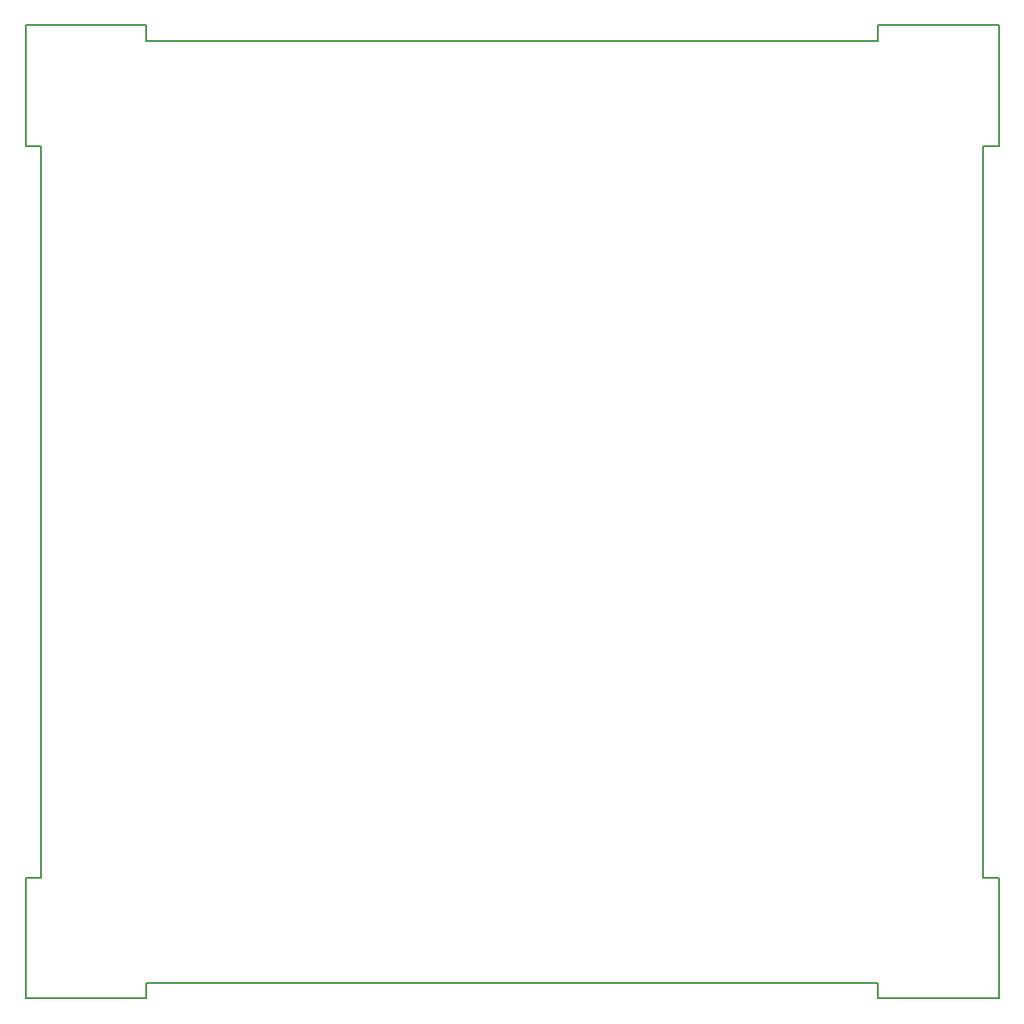
<source format=gbr>
G04 start of page 4 for group 6 idx 6 *
G04 Title: (unknown), outline *
G04 Creator: pcb 20140316 *
G04 CreationDate: Δευ 14 Μάρ 2016 07:51:02 μμ GMT UTC *
G04 For: mobintu *
G04 Format: Gerber/RS-274X *
G04 PCB-Dimensions (mm): 100.00 100.00 *
G04 PCB-Coordinate-Origin: lower left *
%MOMM*%
%FSLAX43Y43*%
%LNOUTLINE*%
%ADD101C,0.200*%
%ADD100C,0.200*%
G54D100*X3900Y84100D02*X5400D01*
X15400Y95600D02*Y94100D01*
X84900D01*
X3900Y84100D02*Y95600D01*
X15400D01*
X84900Y94100D02*Y95600D01*
X94900Y84100D02*Y14600D01*
Y84100D02*X96400D01*
G54D101*Y14600D02*X94900D01*
G54D100*X84900Y95600D02*X96400D01*
Y84100D01*
X5400Y14600D02*X3900D01*
X15400Y3100D02*Y4600D01*
X3900Y3100D02*X15400D01*
X3900D02*Y14600D01*
X5400Y84100D02*Y14600D01*
X15400Y4600D02*X84900D01*
Y3100D01*
X96400D01*
Y14600D01*
M02*

</source>
